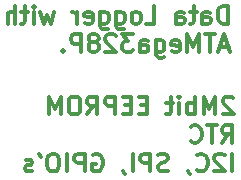
<source format=gbr>
%TF.GenerationSoftware,KiCad,Pcbnew,9.0.0*%
%TF.CreationDate,2025-05-30T17:35:02+05:30*%
%TF.ProjectId,MCU datalogger,4d435520-6461-4746-916c-6f676765722e,1*%
%TF.SameCoordinates,Original*%
%TF.FileFunction,Legend,Bot*%
%TF.FilePolarity,Positive*%
%FSLAX46Y46*%
G04 Gerber Fmt 4.6, Leading zero omitted, Abs format (unit mm)*
G04 Created by KiCad (PCBNEW 9.0.0) date 2025-05-30 17:35:02*
%MOMM*%
%LPD*%
G01*
G04 APERTURE LIST*
%ADD10C,0.300000*%
G04 APERTURE END LIST*
D10*
X102386917Y-96793853D02*
X102315489Y-96722425D01*
X102315489Y-96722425D02*
X102172632Y-96650996D01*
X102172632Y-96650996D02*
X101815489Y-96650996D01*
X101815489Y-96650996D02*
X101672632Y-96722425D01*
X101672632Y-96722425D02*
X101601203Y-96793853D01*
X101601203Y-96793853D02*
X101529774Y-96936710D01*
X101529774Y-96936710D02*
X101529774Y-97079568D01*
X101529774Y-97079568D02*
X101601203Y-97293853D01*
X101601203Y-97293853D02*
X102458346Y-98150996D01*
X102458346Y-98150996D02*
X101529774Y-98150996D01*
X100886918Y-98150996D02*
X100886918Y-96650996D01*
X100886918Y-96650996D02*
X100386918Y-97722425D01*
X100386918Y-97722425D02*
X99886918Y-96650996D01*
X99886918Y-96650996D02*
X99886918Y-98150996D01*
X99172632Y-98150996D02*
X99172632Y-96650996D01*
X99172632Y-97222425D02*
X99029775Y-97150996D01*
X99029775Y-97150996D02*
X98744060Y-97150996D01*
X98744060Y-97150996D02*
X98601203Y-97222425D01*
X98601203Y-97222425D02*
X98529775Y-97293853D01*
X98529775Y-97293853D02*
X98458346Y-97436710D01*
X98458346Y-97436710D02*
X98458346Y-97865282D01*
X98458346Y-97865282D02*
X98529775Y-98008139D01*
X98529775Y-98008139D02*
X98601203Y-98079568D01*
X98601203Y-98079568D02*
X98744060Y-98150996D01*
X98744060Y-98150996D02*
X99029775Y-98150996D01*
X99029775Y-98150996D02*
X99172632Y-98079568D01*
X97815489Y-98150996D02*
X97815489Y-97150996D01*
X97815489Y-96650996D02*
X97886917Y-96722425D01*
X97886917Y-96722425D02*
X97815489Y-96793853D01*
X97815489Y-96793853D02*
X97744060Y-96722425D01*
X97744060Y-96722425D02*
X97815489Y-96650996D01*
X97815489Y-96650996D02*
X97815489Y-96793853D01*
X97315488Y-97150996D02*
X96744060Y-97150996D01*
X97101203Y-96650996D02*
X97101203Y-97936710D01*
X97101203Y-97936710D02*
X97029774Y-98079568D01*
X97029774Y-98079568D02*
X96886917Y-98150996D01*
X96886917Y-98150996D02*
X96744060Y-98150996D01*
X95101203Y-97365282D02*
X94601203Y-97365282D01*
X94386917Y-98150996D02*
X95101203Y-98150996D01*
X95101203Y-98150996D02*
X95101203Y-96650996D01*
X95101203Y-96650996D02*
X94386917Y-96650996D01*
X93744060Y-97365282D02*
X93244060Y-97365282D01*
X93029774Y-98150996D02*
X93744060Y-98150996D01*
X93744060Y-98150996D02*
X93744060Y-96650996D01*
X93744060Y-96650996D02*
X93029774Y-96650996D01*
X92386917Y-98150996D02*
X92386917Y-96650996D01*
X92386917Y-96650996D02*
X91815488Y-96650996D01*
X91815488Y-96650996D02*
X91672631Y-96722425D01*
X91672631Y-96722425D02*
X91601202Y-96793853D01*
X91601202Y-96793853D02*
X91529774Y-96936710D01*
X91529774Y-96936710D02*
X91529774Y-97150996D01*
X91529774Y-97150996D02*
X91601202Y-97293853D01*
X91601202Y-97293853D02*
X91672631Y-97365282D01*
X91672631Y-97365282D02*
X91815488Y-97436710D01*
X91815488Y-97436710D02*
X92386917Y-97436710D01*
X90029774Y-98150996D02*
X90529774Y-97436710D01*
X90886917Y-98150996D02*
X90886917Y-96650996D01*
X90886917Y-96650996D02*
X90315488Y-96650996D01*
X90315488Y-96650996D02*
X90172631Y-96722425D01*
X90172631Y-96722425D02*
X90101202Y-96793853D01*
X90101202Y-96793853D02*
X90029774Y-96936710D01*
X90029774Y-96936710D02*
X90029774Y-97150996D01*
X90029774Y-97150996D02*
X90101202Y-97293853D01*
X90101202Y-97293853D02*
X90172631Y-97365282D01*
X90172631Y-97365282D02*
X90315488Y-97436710D01*
X90315488Y-97436710D02*
X90886917Y-97436710D01*
X89101202Y-96650996D02*
X88815488Y-96650996D01*
X88815488Y-96650996D02*
X88672631Y-96722425D01*
X88672631Y-96722425D02*
X88529774Y-96865282D01*
X88529774Y-96865282D02*
X88458345Y-97150996D01*
X88458345Y-97150996D02*
X88458345Y-97650996D01*
X88458345Y-97650996D02*
X88529774Y-97936710D01*
X88529774Y-97936710D02*
X88672631Y-98079568D01*
X88672631Y-98079568D02*
X88815488Y-98150996D01*
X88815488Y-98150996D02*
X89101202Y-98150996D01*
X89101202Y-98150996D02*
X89244060Y-98079568D01*
X89244060Y-98079568D02*
X89386917Y-97936710D01*
X89386917Y-97936710D02*
X89458345Y-97650996D01*
X89458345Y-97650996D02*
X89458345Y-97150996D01*
X89458345Y-97150996D02*
X89386917Y-96865282D01*
X89386917Y-96865282D02*
X89244060Y-96722425D01*
X89244060Y-96722425D02*
X89101202Y-96650996D01*
X87815488Y-98150996D02*
X87815488Y-96650996D01*
X87815488Y-96650996D02*
X87315488Y-97722425D01*
X87315488Y-97722425D02*
X86815488Y-96650996D01*
X86815488Y-96650996D02*
X86815488Y-98150996D01*
X101458346Y-100565912D02*
X101958346Y-99851626D01*
X102315489Y-100565912D02*
X102315489Y-99065912D01*
X102315489Y-99065912D02*
X101744060Y-99065912D01*
X101744060Y-99065912D02*
X101601203Y-99137341D01*
X101601203Y-99137341D02*
X101529774Y-99208769D01*
X101529774Y-99208769D02*
X101458346Y-99351626D01*
X101458346Y-99351626D02*
X101458346Y-99565912D01*
X101458346Y-99565912D02*
X101529774Y-99708769D01*
X101529774Y-99708769D02*
X101601203Y-99780198D01*
X101601203Y-99780198D02*
X101744060Y-99851626D01*
X101744060Y-99851626D02*
X102315489Y-99851626D01*
X101029774Y-99065912D02*
X100172632Y-99065912D01*
X100601203Y-100565912D02*
X100601203Y-99065912D01*
X98815489Y-100423055D02*
X98886917Y-100494484D01*
X98886917Y-100494484D02*
X99101203Y-100565912D01*
X99101203Y-100565912D02*
X99244060Y-100565912D01*
X99244060Y-100565912D02*
X99458346Y-100494484D01*
X99458346Y-100494484D02*
X99601203Y-100351626D01*
X99601203Y-100351626D02*
X99672632Y-100208769D01*
X99672632Y-100208769D02*
X99744060Y-99923055D01*
X99744060Y-99923055D02*
X99744060Y-99708769D01*
X99744060Y-99708769D02*
X99672632Y-99423055D01*
X99672632Y-99423055D02*
X99601203Y-99280198D01*
X99601203Y-99280198D02*
X99458346Y-99137341D01*
X99458346Y-99137341D02*
X99244060Y-99065912D01*
X99244060Y-99065912D02*
X99101203Y-99065912D01*
X99101203Y-99065912D02*
X98886917Y-99137341D01*
X98886917Y-99137341D02*
X98815489Y-99208769D01*
X102315489Y-102980828D02*
X102315489Y-101480828D01*
X101672631Y-101623685D02*
X101601203Y-101552257D01*
X101601203Y-101552257D02*
X101458346Y-101480828D01*
X101458346Y-101480828D02*
X101101203Y-101480828D01*
X101101203Y-101480828D02*
X100958346Y-101552257D01*
X100958346Y-101552257D02*
X100886917Y-101623685D01*
X100886917Y-101623685D02*
X100815488Y-101766542D01*
X100815488Y-101766542D02*
X100815488Y-101909400D01*
X100815488Y-101909400D02*
X100886917Y-102123685D01*
X100886917Y-102123685D02*
X101744060Y-102980828D01*
X101744060Y-102980828D02*
X100815488Y-102980828D01*
X99315489Y-102837971D02*
X99386917Y-102909400D01*
X99386917Y-102909400D02*
X99601203Y-102980828D01*
X99601203Y-102980828D02*
X99744060Y-102980828D01*
X99744060Y-102980828D02*
X99958346Y-102909400D01*
X99958346Y-102909400D02*
X100101203Y-102766542D01*
X100101203Y-102766542D02*
X100172632Y-102623685D01*
X100172632Y-102623685D02*
X100244060Y-102337971D01*
X100244060Y-102337971D02*
X100244060Y-102123685D01*
X100244060Y-102123685D02*
X100172632Y-101837971D01*
X100172632Y-101837971D02*
X100101203Y-101695114D01*
X100101203Y-101695114D02*
X99958346Y-101552257D01*
X99958346Y-101552257D02*
X99744060Y-101480828D01*
X99744060Y-101480828D02*
X99601203Y-101480828D01*
X99601203Y-101480828D02*
X99386917Y-101552257D01*
X99386917Y-101552257D02*
X99315489Y-101623685D01*
X98601203Y-102909400D02*
X98601203Y-102980828D01*
X98601203Y-102980828D02*
X98672632Y-103123685D01*
X98672632Y-103123685D02*
X98744060Y-103195114D01*
X96886917Y-102909400D02*
X96672632Y-102980828D01*
X96672632Y-102980828D02*
X96315489Y-102980828D01*
X96315489Y-102980828D02*
X96172632Y-102909400D01*
X96172632Y-102909400D02*
X96101203Y-102837971D01*
X96101203Y-102837971D02*
X96029774Y-102695114D01*
X96029774Y-102695114D02*
X96029774Y-102552257D01*
X96029774Y-102552257D02*
X96101203Y-102409400D01*
X96101203Y-102409400D02*
X96172632Y-102337971D01*
X96172632Y-102337971D02*
X96315489Y-102266542D01*
X96315489Y-102266542D02*
X96601203Y-102195114D01*
X96601203Y-102195114D02*
X96744060Y-102123685D01*
X96744060Y-102123685D02*
X96815489Y-102052257D01*
X96815489Y-102052257D02*
X96886917Y-101909400D01*
X96886917Y-101909400D02*
X96886917Y-101766542D01*
X96886917Y-101766542D02*
X96815489Y-101623685D01*
X96815489Y-101623685D02*
X96744060Y-101552257D01*
X96744060Y-101552257D02*
X96601203Y-101480828D01*
X96601203Y-101480828D02*
X96244060Y-101480828D01*
X96244060Y-101480828D02*
X96029774Y-101552257D01*
X95386918Y-102980828D02*
X95386918Y-101480828D01*
X95386918Y-101480828D02*
X94815489Y-101480828D01*
X94815489Y-101480828D02*
X94672632Y-101552257D01*
X94672632Y-101552257D02*
X94601203Y-101623685D01*
X94601203Y-101623685D02*
X94529775Y-101766542D01*
X94529775Y-101766542D02*
X94529775Y-101980828D01*
X94529775Y-101980828D02*
X94601203Y-102123685D01*
X94601203Y-102123685D02*
X94672632Y-102195114D01*
X94672632Y-102195114D02*
X94815489Y-102266542D01*
X94815489Y-102266542D02*
X95386918Y-102266542D01*
X93886918Y-102980828D02*
X93886918Y-101480828D01*
X93101203Y-102909400D02*
X93101203Y-102980828D01*
X93101203Y-102980828D02*
X93172632Y-103123685D01*
X93172632Y-103123685D02*
X93244060Y-103195114D01*
X90529774Y-101552257D02*
X90672632Y-101480828D01*
X90672632Y-101480828D02*
X90886917Y-101480828D01*
X90886917Y-101480828D02*
X91101203Y-101552257D01*
X91101203Y-101552257D02*
X91244060Y-101695114D01*
X91244060Y-101695114D02*
X91315489Y-101837971D01*
X91315489Y-101837971D02*
X91386917Y-102123685D01*
X91386917Y-102123685D02*
X91386917Y-102337971D01*
X91386917Y-102337971D02*
X91315489Y-102623685D01*
X91315489Y-102623685D02*
X91244060Y-102766542D01*
X91244060Y-102766542D02*
X91101203Y-102909400D01*
X91101203Y-102909400D02*
X90886917Y-102980828D01*
X90886917Y-102980828D02*
X90744060Y-102980828D01*
X90744060Y-102980828D02*
X90529774Y-102909400D01*
X90529774Y-102909400D02*
X90458346Y-102837971D01*
X90458346Y-102837971D02*
X90458346Y-102337971D01*
X90458346Y-102337971D02*
X90744060Y-102337971D01*
X89815489Y-102980828D02*
X89815489Y-101480828D01*
X89815489Y-101480828D02*
X89244060Y-101480828D01*
X89244060Y-101480828D02*
X89101203Y-101552257D01*
X89101203Y-101552257D02*
X89029774Y-101623685D01*
X89029774Y-101623685D02*
X88958346Y-101766542D01*
X88958346Y-101766542D02*
X88958346Y-101980828D01*
X88958346Y-101980828D02*
X89029774Y-102123685D01*
X89029774Y-102123685D02*
X89101203Y-102195114D01*
X89101203Y-102195114D02*
X89244060Y-102266542D01*
X89244060Y-102266542D02*
X89815489Y-102266542D01*
X88315489Y-102980828D02*
X88315489Y-101480828D01*
X87315488Y-101480828D02*
X87029774Y-101480828D01*
X87029774Y-101480828D02*
X86886917Y-101552257D01*
X86886917Y-101552257D02*
X86744060Y-101695114D01*
X86744060Y-101695114D02*
X86672631Y-101980828D01*
X86672631Y-101980828D02*
X86672631Y-102480828D01*
X86672631Y-102480828D02*
X86744060Y-102766542D01*
X86744060Y-102766542D02*
X86886917Y-102909400D01*
X86886917Y-102909400D02*
X87029774Y-102980828D01*
X87029774Y-102980828D02*
X87315488Y-102980828D01*
X87315488Y-102980828D02*
X87458346Y-102909400D01*
X87458346Y-102909400D02*
X87601203Y-102766542D01*
X87601203Y-102766542D02*
X87672631Y-102480828D01*
X87672631Y-102480828D02*
X87672631Y-101980828D01*
X87672631Y-101980828D02*
X87601203Y-101695114D01*
X87601203Y-101695114D02*
X87458346Y-101552257D01*
X87458346Y-101552257D02*
X87315488Y-101480828D01*
X85958345Y-101480828D02*
X86101202Y-101766542D01*
X85386916Y-102909400D02*
X85244059Y-102980828D01*
X85244059Y-102980828D02*
X84958345Y-102980828D01*
X84958345Y-102980828D02*
X84815488Y-102909400D01*
X84815488Y-102909400D02*
X84744059Y-102766542D01*
X84744059Y-102766542D02*
X84744059Y-102695114D01*
X84744059Y-102695114D02*
X84815488Y-102552257D01*
X84815488Y-102552257D02*
X84958345Y-102480828D01*
X84958345Y-102480828D02*
X85172631Y-102480828D01*
X85172631Y-102480828D02*
X85315488Y-102409400D01*
X85315488Y-102409400D02*
X85386916Y-102266542D01*
X85386916Y-102266542D02*
X85386916Y-102195114D01*
X85386916Y-102195114D02*
X85315488Y-102052257D01*
X85315488Y-102052257D02*
X85172631Y-101980828D01*
X85172631Y-101980828D02*
X84958345Y-101980828D01*
X84958345Y-101980828D02*
X84815488Y-102052257D01*
X101935489Y-90465912D02*
X101935489Y-88965912D01*
X101935489Y-88965912D02*
X101578346Y-88965912D01*
X101578346Y-88965912D02*
X101364060Y-89037341D01*
X101364060Y-89037341D02*
X101221203Y-89180198D01*
X101221203Y-89180198D02*
X101149774Y-89323055D01*
X101149774Y-89323055D02*
X101078346Y-89608769D01*
X101078346Y-89608769D02*
X101078346Y-89823055D01*
X101078346Y-89823055D02*
X101149774Y-90108769D01*
X101149774Y-90108769D02*
X101221203Y-90251626D01*
X101221203Y-90251626D02*
X101364060Y-90394484D01*
X101364060Y-90394484D02*
X101578346Y-90465912D01*
X101578346Y-90465912D02*
X101935489Y-90465912D01*
X99792632Y-90465912D02*
X99792632Y-89680198D01*
X99792632Y-89680198D02*
X99864060Y-89537341D01*
X99864060Y-89537341D02*
X100006917Y-89465912D01*
X100006917Y-89465912D02*
X100292632Y-89465912D01*
X100292632Y-89465912D02*
X100435489Y-89537341D01*
X99792632Y-90394484D02*
X99935489Y-90465912D01*
X99935489Y-90465912D02*
X100292632Y-90465912D01*
X100292632Y-90465912D02*
X100435489Y-90394484D01*
X100435489Y-90394484D02*
X100506917Y-90251626D01*
X100506917Y-90251626D02*
X100506917Y-90108769D01*
X100506917Y-90108769D02*
X100435489Y-89965912D01*
X100435489Y-89965912D02*
X100292632Y-89894484D01*
X100292632Y-89894484D02*
X99935489Y-89894484D01*
X99935489Y-89894484D02*
X99792632Y-89823055D01*
X99292631Y-89465912D02*
X98721203Y-89465912D01*
X99078346Y-88965912D02*
X99078346Y-90251626D01*
X99078346Y-90251626D02*
X99006917Y-90394484D01*
X99006917Y-90394484D02*
X98864060Y-90465912D01*
X98864060Y-90465912D02*
X98721203Y-90465912D01*
X97578346Y-90465912D02*
X97578346Y-89680198D01*
X97578346Y-89680198D02*
X97649774Y-89537341D01*
X97649774Y-89537341D02*
X97792631Y-89465912D01*
X97792631Y-89465912D02*
X98078346Y-89465912D01*
X98078346Y-89465912D02*
X98221203Y-89537341D01*
X97578346Y-90394484D02*
X97721203Y-90465912D01*
X97721203Y-90465912D02*
X98078346Y-90465912D01*
X98078346Y-90465912D02*
X98221203Y-90394484D01*
X98221203Y-90394484D02*
X98292631Y-90251626D01*
X98292631Y-90251626D02*
X98292631Y-90108769D01*
X98292631Y-90108769D02*
X98221203Y-89965912D01*
X98221203Y-89965912D02*
X98078346Y-89894484D01*
X98078346Y-89894484D02*
X97721203Y-89894484D01*
X97721203Y-89894484D02*
X97578346Y-89823055D01*
X95006917Y-90465912D02*
X95721203Y-90465912D01*
X95721203Y-90465912D02*
X95721203Y-88965912D01*
X94292631Y-90465912D02*
X94435488Y-90394484D01*
X94435488Y-90394484D02*
X94506917Y-90323055D01*
X94506917Y-90323055D02*
X94578345Y-90180198D01*
X94578345Y-90180198D02*
X94578345Y-89751626D01*
X94578345Y-89751626D02*
X94506917Y-89608769D01*
X94506917Y-89608769D02*
X94435488Y-89537341D01*
X94435488Y-89537341D02*
X94292631Y-89465912D01*
X94292631Y-89465912D02*
X94078345Y-89465912D01*
X94078345Y-89465912D02*
X93935488Y-89537341D01*
X93935488Y-89537341D02*
X93864060Y-89608769D01*
X93864060Y-89608769D02*
X93792631Y-89751626D01*
X93792631Y-89751626D02*
X93792631Y-90180198D01*
X93792631Y-90180198D02*
X93864060Y-90323055D01*
X93864060Y-90323055D02*
X93935488Y-90394484D01*
X93935488Y-90394484D02*
X94078345Y-90465912D01*
X94078345Y-90465912D02*
X94292631Y-90465912D01*
X92506917Y-89465912D02*
X92506917Y-90680198D01*
X92506917Y-90680198D02*
X92578345Y-90823055D01*
X92578345Y-90823055D02*
X92649774Y-90894484D01*
X92649774Y-90894484D02*
X92792631Y-90965912D01*
X92792631Y-90965912D02*
X93006917Y-90965912D01*
X93006917Y-90965912D02*
X93149774Y-90894484D01*
X92506917Y-90394484D02*
X92649774Y-90465912D01*
X92649774Y-90465912D02*
X92935488Y-90465912D01*
X92935488Y-90465912D02*
X93078345Y-90394484D01*
X93078345Y-90394484D02*
X93149774Y-90323055D01*
X93149774Y-90323055D02*
X93221202Y-90180198D01*
X93221202Y-90180198D02*
X93221202Y-89751626D01*
X93221202Y-89751626D02*
X93149774Y-89608769D01*
X93149774Y-89608769D02*
X93078345Y-89537341D01*
X93078345Y-89537341D02*
X92935488Y-89465912D01*
X92935488Y-89465912D02*
X92649774Y-89465912D01*
X92649774Y-89465912D02*
X92506917Y-89537341D01*
X91149774Y-89465912D02*
X91149774Y-90680198D01*
X91149774Y-90680198D02*
X91221202Y-90823055D01*
X91221202Y-90823055D02*
X91292631Y-90894484D01*
X91292631Y-90894484D02*
X91435488Y-90965912D01*
X91435488Y-90965912D02*
X91649774Y-90965912D01*
X91649774Y-90965912D02*
X91792631Y-90894484D01*
X91149774Y-90394484D02*
X91292631Y-90465912D01*
X91292631Y-90465912D02*
X91578345Y-90465912D01*
X91578345Y-90465912D02*
X91721202Y-90394484D01*
X91721202Y-90394484D02*
X91792631Y-90323055D01*
X91792631Y-90323055D02*
X91864059Y-90180198D01*
X91864059Y-90180198D02*
X91864059Y-89751626D01*
X91864059Y-89751626D02*
X91792631Y-89608769D01*
X91792631Y-89608769D02*
X91721202Y-89537341D01*
X91721202Y-89537341D02*
X91578345Y-89465912D01*
X91578345Y-89465912D02*
X91292631Y-89465912D01*
X91292631Y-89465912D02*
X91149774Y-89537341D01*
X89864059Y-90394484D02*
X90006916Y-90465912D01*
X90006916Y-90465912D02*
X90292631Y-90465912D01*
X90292631Y-90465912D02*
X90435488Y-90394484D01*
X90435488Y-90394484D02*
X90506916Y-90251626D01*
X90506916Y-90251626D02*
X90506916Y-89680198D01*
X90506916Y-89680198D02*
X90435488Y-89537341D01*
X90435488Y-89537341D02*
X90292631Y-89465912D01*
X90292631Y-89465912D02*
X90006916Y-89465912D01*
X90006916Y-89465912D02*
X89864059Y-89537341D01*
X89864059Y-89537341D02*
X89792631Y-89680198D01*
X89792631Y-89680198D02*
X89792631Y-89823055D01*
X89792631Y-89823055D02*
X90506916Y-89965912D01*
X89149774Y-90465912D02*
X89149774Y-89465912D01*
X89149774Y-89751626D02*
X89078345Y-89608769D01*
X89078345Y-89608769D02*
X89006917Y-89537341D01*
X89006917Y-89537341D02*
X88864059Y-89465912D01*
X88864059Y-89465912D02*
X88721202Y-89465912D01*
X87221203Y-89465912D02*
X86935489Y-90465912D01*
X86935489Y-90465912D02*
X86649774Y-89751626D01*
X86649774Y-89751626D02*
X86364060Y-90465912D01*
X86364060Y-90465912D02*
X86078346Y-89465912D01*
X85506917Y-90465912D02*
X85506917Y-89465912D01*
X85506917Y-88965912D02*
X85578345Y-89037341D01*
X85578345Y-89037341D02*
X85506917Y-89108769D01*
X85506917Y-89108769D02*
X85435488Y-89037341D01*
X85435488Y-89037341D02*
X85506917Y-88965912D01*
X85506917Y-88965912D02*
X85506917Y-89108769D01*
X85006916Y-89465912D02*
X84435488Y-89465912D01*
X84792631Y-88965912D02*
X84792631Y-90251626D01*
X84792631Y-90251626D02*
X84721202Y-90394484D01*
X84721202Y-90394484D02*
X84578345Y-90465912D01*
X84578345Y-90465912D02*
X84435488Y-90465912D01*
X83935488Y-90465912D02*
X83935488Y-88965912D01*
X83292631Y-90465912D02*
X83292631Y-89680198D01*
X83292631Y-89680198D02*
X83364059Y-89537341D01*
X83364059Y-89537341D02*
X83506916Y-89465912D01*
X83506916Y-89465912D02*
X83721202Y-89465912D01*
X83721202Y-89465912D02*
X83864059Y-89537341D01*
X83864059Y-89537341D02*
X83935488Y-89608769D01*
X102006917Y-92452257D02*
X101292632Y-92452257D01*
X102149774Y-92880828D02*
X101649774Y-91380828D01*
X101649774Y-91380828D02*
X101149774Y-92880828D01*
X100864060Y-91380828D02*
X100006918Y-91380828D01*
X100435489Y-92880828D02*
X100435489Y-91380828D01*
X99506918Y-92880828D02*
X99506918Y-91380828D01*
X99506918Y-91380828D02*
X99006918Y-92452257D01*
X99006918Y-92452257D02*
X98506918Y-91380828D01*
X98506918Y-91380828D02*
X98506918Y-92880828D01*
X97221203Y-92809400D02*
X97364060Y-92880828D01*
X97364060Y-92880828D02*
X97649775Y-92880828D01*
X97649775Y-92880828D02*
X97792632Y-92809400D01*
X97792632Y-92809400D02*
X97864060Y-92666542D01*
X97864060Y-92666542D02*
X97864060Y-92095114D01*
X97864060Y-92095114D02*
X97792632Y-91952257D01*
X97792632Y-91952257D02*
X97649775Y-91880828D01*
X97649775Y-91880828D02*
X97364060Y-91880828D01*
X97364060Y-91880828D02*
X97221203Y-91952257D01*
X97221203Y-91952257D02*
X97149775Y-92095114D01*
X97149775Y-92095114D02*
X97149775Y-92237971D01*
X97149775Y-92237971D02*
X97864060Y-92380828D01*
X95864061Y-91880828D02*
X95864061Y-93095114D01*
X95864061Y-93095114D02*
X95935489Y-93237971D01*
X95935489Y-93237971D02*
X96006918Y-93309400D01*
X96006918Y-93309400D02*
X96149775Y-93380828D01*
X96149775Y-93380828D02*
X96364061Y-93380828D01*
X96364061Y-93380828D02*
X96506918Y-93309400D01*
X95864061Y-92809400D02*
X96006918Y-92880828D01*
X96006918Y-92880828D02*
X96292632Y-92880828D01*
X96292632Y-92880828D02*
X96435489Y-92809400D01*
X96435489Y-92809400D02*
X96506918Y-92737971D01*
X96506918Y-92737971D02*
X96578346Y-92595114D01*
X96578346Y-92595114D02*
X96578346Y-92166542D01*
X96578346Y-92166542D02*
X96506918Y-92023685D01*
X96506918Y-92023685D02*
X96435489Y-91952257D01*
X96435489Y-91952257D02*
X96292632Y-91880828D01*
X96292632Y-91880828D02*
X96006918Y-91880828D01*
X96006918Y-91880828D02*
X95864061Y-91952257D01*
X94506918Y-92880828D02*
X94506918Y-92095114D01*
X94506918Y-92095114D02*
X94578346Y-91952257D01*
X94578346Y-91952257D02*
X94721203Y-91880828D01*
X94721203Y-91880828D02*
X95006918Y-91880828D01*
X95006918Y-91880828D02*
X95149775Y-91952257D01*
X94506918Y-92809400D02*
X94649775Y-92880828D01*
X94649775Y-92880828D02*
X95006918Y-92880828D01*
X95006918Y-92880828D02*
X95149775Y-92809400D01*
X95149775Y-92809400D02*
X95221203Y-92666542D01*
X95221203Y-92666542D02*
X95221203Y-92523685D01*
X95221203Y-92523685D02*
X95149775Y-92380828D01*
X95149775Y-92380828D02*
X95006918Y-92309400D01*
X95006918Y-92309400D02*
X94649775Y-92309400D01*
X94649775Y-92309400D02*
X94506918Y-92237971D01*
X93935489Y-91380828D02*
X93006917Y-91380828D01*
X93006917Y-91380828D02*
X93506917Y-91952257D01*
X93506917Y-91952257D02*
X93292632Y-91952257D01*
X93292632Y-91952257D02*
X93149775Y-92023685D01*
X93149775Y-92023685D02*
X93078346Y-92095114D01*
X93078346Y-92095114D02*
X93006917Y-92237971D01*
X93006917Y-92237971D02*
X93006917Y-92595114D01*
X93006917Y-92595114D02*
X93078346Y-92737971D01*
X93078346Y-92737971D02*
X93149775Y-92809400D01*
X93149775Y-92809400D02*
X93292632Y-92880828D01*
X93292632Y-92880828D02*
X93721203Y-92880828D01*
X93721203Y-92880828D02*
X93864060Y-92809400D01*
X93864060Y-92809400D02*
X93935489Y-92737971D01*
X92435489Y-91523685D02*
X92364061Y-91452257D01*
X92364061Y-91452257D02*
X92221204Y-91380828D01*
X92221204Y-91380828D02*
X91864061Y-91380828D01*
X91864061Y-91380828D02*
X91721204Y-91452257D01*
X91721204Y-91452257D02*
X91649775Y-91523685D01*
X91649775Y-91523685D02*
X91578346Y-91666542D01*
X91578346Y-91666542D02*
X91578346Y-91809400D01*
X91578346Y-91809400D02*
X91649775Y-92023685D01*
X91649775Y-92023685D02*
X92506918Y-92880828D01*
X92506918Y-92880828D02*
X91578346Y-92880828D01*
X90721204Y-92023685D02*
X90864061Y-91952257D01*
X90864061Y-91952257D02*
X90935490Y-91880828D01*
X90935490Y-91880828D02*
X91006918Y-91737971D01*
X91006918Y-91737971D02*
X91006918Y-91666542D01*
X91006918Y-91666542D02*
X90935490Y-91523685D01*
X90935490Y-91523685D02*
X90864061Y-91452257D01*
X90864061Y-91452257D02*
X90721204Y-91380828D01*
X90721204Y-91380828D02*
X90435490Y-91380828D01*
X90435490Y-91380828D02*
X90292633Y-91452257D01*
X90292633Y-91452257D02*
X90221204Y-91523685D01*
X90221204Y-91523685D02*
X90149775Y-91666542D01*
X90149775Y-91666542D02*
X90149775Y-91737971D01*
X90149775Y-91737971D02*
X90221204Y-91880828D01*
X90221204Y-91880828D02*
X90292633Y-91952257D01*
X90292633Y-91952257D02*
X90435490Y-92023685D01*
X90435490Y-92023685D02*
X90721204Y-92023685D01*
X90721204Y-92023685D02*
X90864061Y-92095114D01*
X90864061Y-92095114D02*
X90935490Y-92166542D01*
X90935490Y-92166542D02*
X91006918Y-92309400D01*
X91006918Y-92309400D02*
X91006918Y-92595114D01*
X91006918Y-92595114D02*
X90935490Y-92737971D01*
X90935490Y-92737971D02*
X90864061Y-92809400D01*
X90864061Y-92809400D02*
X90721204Y-92880828D01*
X90721204Y-92880828D02*
X90435490Y-92880828D01*
X90435490Y-92880828D02*
X90292633Y-92809400D01*
X90292633Y-92809400D02*
X90221204Y-92737971D01*
X90221204Y-92737971D02*
X90149775Y-92595114D01*
X90149775Y-92595114D02*
X90149775Y-92309400D01*
X90149775Y-92309400D02*
X90221204Y-92166542D01*
X90221204Y-92166542D02*
X90292633Y-92095114D01*
X90292633Y-92095114D02*
X90435490Y-92023685D01*
X89506919Y-92880828D02*
X89506919Y-91380828D01*
X89506919Y-91380828D02*
X88935490Y-91380828D01*
X88935490Y-91380828D02*
X88792633Y-91452257D01*
X88792633Y-91452257D02*
X88721204Y-91523685D01*
X88721204Y-91523685D02*
X88649776Y-91666542D01*
X88649776Y-91666542D02*
X88649776Y-91880828D01*
X88649776Y-91880828D02*
X88721204Y-92023685D01*
X88721204Y-92023685D02*
X88792633Y-92095114D01*
X88792633Y-92095114D02*
X88935490Y-92166542D01*
X88935490Y-92166542D02*
X89506919Y-92166542D01*
X88006919Y-92737971D02*
X87935490Y-92809400D01*
X87935490Y-92809400D02*
X88006919Y-92880828D01*
X88006919Y-92880828D02*
X88078347Y-92809400D01*
X88078347Y-92809400D02*
X88006919Y-92737971D01*
X88006919Y-92737971D02*
X88006919Y-92880828D01*
M02*

</source>
